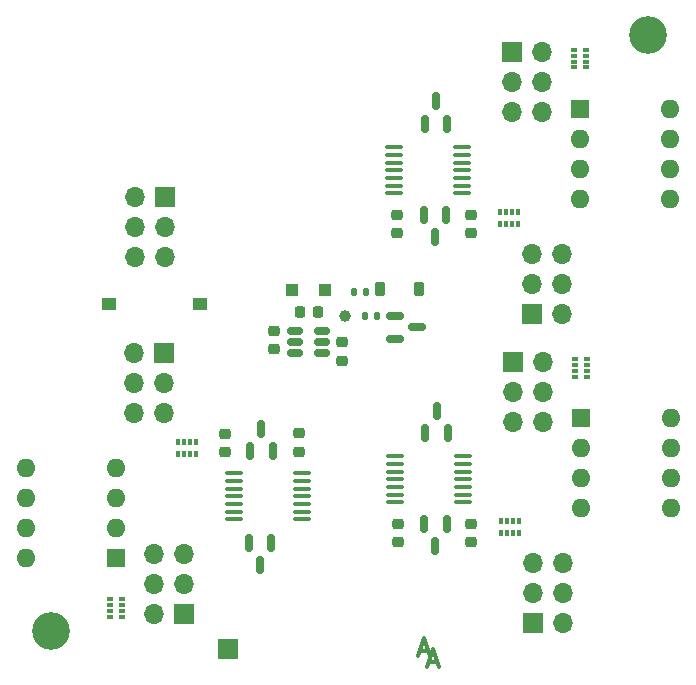
<source format=gbr>
%TF.GenerationSoftware,KiCad,Pcbnew,8.0.8+1*%
%TF.CreationDate,2025-01-27T22:00:13-08:00*%
%TF.ProjectId,pico-logic-analyzer,7069636f-2d6c-46f6-9769-632d616e616c,rev?*%
%TF.SameCoordinates,Original*%
%TF.FileFunction,Soldermask,Top*%
%TF.FilePolarity,Negative*%
%FSLAX46Y46*%
G04 Gerber Fmt 4.6, Leading zero omitted, Abs format (unit mm)*
G04 Created by KiCad (PCBNEW 8.0.8+1) date 2025-01-27 22:00:13*
%MOMM*%
%LPD*%
G01*
G04 APERTURE LIST*
G04 Aperture macros list*
%AMRoundRect*
0 Rectangle with rounded corners*
0 $1 Rounding radius*
0 $2 $3 $4 $5 $6 $7 $8 $9 X,Y pos of 4 corners*
0 Add a 4 corners polygon primitive as box body*
4,1,4,$2,$3,$4,$5,$6,$7,$8,$9,$2,$3,0*
0 Add four circle primitives for the rounded corners*
1,1,$1+$1,$2,$3*
1,1,$1+$1,$4,$5*
1,1,$1+$1,$6,$7*
1,1,$1+$1,$8,$9*
0 Add four rect primitives between the rounded corners*
20,1,$1+$1,$2,$3,$4,$5,0*
20,1,$1+$1,$4,$5,$6,$7,0*
20,1,$1+$1,$6,$7,$8,$9,0*
20,1,$1+$1,$8,$9,$2,$3,0*%
G04 Aperture macros list end*
%ADD10C,0.300000*%
%ADD11RoundRect,0.150000X-0.150000X0.587500X-0.150000X-0.587500X0.150000X-0.587500X0.150000X0.587500X0*%
%ADD12RoundRect,0.225000X0.250000X-0.225000X0.250000X0.225000X-0.250000X0.225000X-0.250000X-0.225000X0*%
%ADD13R,1.600000X1.600000*%
%ADD14O,1.600000X1.600000*%
%ADD15RoundRect,0.150000X0.150000X-0.587500X0.150000X0.587500X-0.150000X0.587500X-0.150000X-0.587500X0*%
%ADD16R,1.700000X1.700000*%
%ADD17RoundRect,0.225000X-0.225000X-0.250000X0.225000X-0.250000X0.225000X0.250000X-0.225000X0.250000X0*%
%ADD18R,0.400000X0.500000*%
%ADD19R,0.300000X0.500000*%
%ADD20RoundRect,0.150000X-0.512500X-0.150000X0.512500X-0.150000X0.512500X0.150000X-0.512500X0.150000X0*%
%ADD21C,3.200000*%
%ADD22O,1.700000X1.700000*%
%ADD23RoundRect,0.225000X-0.225000X-0.375000X0.225000X-0.375000X0.225000X0.375000X-0.225000X0.375000X0*%
%ADD24RoundRect,0.100000X-0.637500X-0.100000X0.637500X-0.100000X0.637500X0.100000X-0.637500X0.100000X0*%
%ADD25R,0.500000X0.400000*%
%ADD26R,0.500000X0.300000*%
%ADD27RoundRect,0.250000X0.300000X0.300000X-0.300000X0.300000X-0.300000X-0.300000X0.300000X-0.300000X0*%
%ADD28RoundRect,0.225000X-0.250000X0.225000X-0.250000X-0.225000X0.250000X-0.225000X0.250000X0.225000X0*%
%ADD29RoundRect,0.135000X-0.135000X-0.185000X0.135000X-0.185000X0.135000X0.185000X-0.135000X0.185000X0*%
%ADD30C,1.000000*%
%ADD31RoundRect,0.150000X-0.587500X-0.150000X0.587500X-0.150000X0.587500X0.150000X-0.587500X0.150000X0*%
%ADD32R,1.250000X1.000000*%
%ADD33RoundRect,0.100000X0.637500X0.100000X-0.637500X0.100000X-0.637500X-0.100000X0.637500X-0.100000X0*%
G04 APERTURE END LIST*
D10*
X174483082Y-108572257D02*
X175197368Y-108572257D01*
X174340225Y-109000828D02*
X174840225Y-107500828D01*
X174840225Y-107500828D02*
X175340225Y-109000828D01*
X173733082Y-107622257D02*
X174447368Y-107622257D01*
X173590225Y-108050828D02*
X174090225Y-106550828D01*
X174090225Y-106550828D02*
X174590225Y-108050828D01*
D11*
%TO.C,D7*%
X175985001Y-96920000D03*
X174085001Y-96920000D03*
X175035001Y-98795000D03*
%TD*%
D12*
%TO.C,C5*%
X171835000Y-98445000D03*
X171835000Y-96895000D03*
%TD*%
D13*
%TO.C,SW3*%
X187290000Y-61750000D03*
D14*
X187290000Y-64290000D03*
X187290000Y-66830000D03*
X187290000Y-69370000D03*
X194910000Y-69370000D03*
X194910000Y-66830000D03*
X194910000Y-64290000D03*
X194910000Y-61750000D03*
%TD*%
D15*
%TO.C,D4*%
X174185001Y-89170000D03*
X176085001Y-89170000D03*
X175135001Y-87295000D03*
%TD*%
%TO.C,D5*%
X174140001Y-63000000D03*
X176040001Y-63000000D03*
X175090001Y-61125000D03*
%TD*%
D16*
%TO.C,J11*%
X157500000Y-107500000D03*
%TD*%
D12*
%TO.C,C1*%
X161375000Y-82075000D03*
X161375000Y-80525000D03*
%TD*%
D17*
%TO.C,C2*%
X163575000Y-78950000D03*
X165125000Y-78950000D03*
%TD*%
D15*
%TO.C,D9*%
X159350000Y-90750000D03*
X161250000Y-90750000D03*
X160300000Y-88875000D03*
%TD*%
D18*
%TO.C,RN5*%
X182040001Y-70500000D03*
D19*
X181540001Y-70500000D03*
X181040001Y-70500000D03*
D18*
X180540001Y-70500000D03*
X180540001Y-71500000D03*
D19*
X181040001Y-71500000D03*
X181540001Y-71500000D03*
D18*
X182040001Y-71500000D03*
%TD*%
D20*
%TO.C,U1*%
X163125000Y-80550000D03*
X163125000Y-81500000D03*
X163125000Y-82450000D03*
X165400000Y-82450000D03*
X165400000Y-81500000D03*
X165400000Y-80550000D03*
%TD*%
D12*
%TO.C,C3*%
X167125000Y-83075000D03*
X167125000Y-81525000D03*
%TD*%
D21*
%TO.C,H4*%
X142500000Y-106000000D03*
%TD*%
D16*
%TO.C,J4*%
X181540001Y-56975000D03*
D22*
X184080001Y-56975000D03*
X181540001Y-59515000D03*
X184080001Y-59515000D03*
X181540001Y-62055000D03*
X184080001Y-62055000D03*
%TD*%
D23*
%TO.C,D1*%
X170375000Y-77000000D03*
X173675000Y-77000000D03*
%TD*%
D24*
%TO.C,U5*%
X158000000Y-92600000D03*
X158000000Y-93250000D03*
X158000000Y-93900000D03*
X158000000Y-94550000D03*
X158000000Y-95200000D03*
X158000000Y-95850000D03*
X158000000Y-96500000D03*
X163725000Y-96500000D03*
X163725000Y-95850000D03*
X163725000Y-95200000D03*
X163725000Y-94550000D03*
X163725000Y-93900000D03*
X163725000Y-93250000D03*
X163725000Y-92600000D03*
%TD*%
D25*
%TO.C,RN3*%
X147500000Y-103250000D03*
D26*
X147500000Y-103750000D03*
X147500000Y-104250000D03*
D25*
X147500000Y-104750000D03*
X148500000Y-104750000D03*
D26*
X148500000Y-104250000D03*
X148500000Y-103750000D03*
D25*
X148500000Y-103250000D03*
%TD*%
D11*
%TO.C,D6*%
X161150000Y-98500000D03*
X159250000Y-98500000D03*
X160200000Y-100375000D03*
%TD*%
D27*
%TO.C,D2*%
X165675000Y-77050000D03*
X162875000Y-77050000D03*
%TD*%
D25*
%TO.C,RN2*%
X187790000Y-58250000D03*
D26*
X187790000Y-57750000D03*
X187790000Y-57250000D03*
D25*
X187790000Y-56750000D03*
X186790000Y-56750000D03*
D26*
X186790000Y-57250000D03*
X186790000Y-57750000D03*
D25*
X186790000Y-58250000D03*
%TD*%
D28*
%TO.C,C8*%
X157250000Y-89250000D03*
X157250000Y-90800000D03*
%TD*%
D29*
%TO.C,R1*%
X168125000Y-77300000D03*
X169145000Y-77300000D03*
%TD*%
D21*
%TO.C,H1*%
X193000000Y-55500000D03*
%TD*%
D29*
%TO.C,R3*%
X169115000Y-79300000D03*
X170135000Y-79300000D03*
%TD*%
D16*
%TO.C,J6*%
X153750000Y-104525000D03*
D22*
X151210000Y-104525000D03*
X153750000Y-101985000D03*
X151210000Y-101985000D03*
X153750000Y-99445000D03*
X151210000Y-99445000D03*
%TD*%
D11*
%TO.C,D8*%
X175940001Y-70750000D03*
X174040001Y-70750000D03*
X174990001Y-72625000D03*
%TD*%
D16*
%TO.C,J1*%
X152125000Y-69225000D03*
D22*
X149585000Y-69225000D03*
X152125000Y-71765000D03*
X149585000Y-71765000D03*
X152125000Y-74305000D03*
X149585000Y-74305000D03*
%TD*%
D25*
%TO.C,RN1*%
X187835000Y-84420000D03*
D26*
X187835000Y-83920000D03*
X187835000Y-83420000D03*
D25*
X187835000Y-82920000D03*
X186835000Y-82920000D03*
D26*
X186835000Y-83420000D03*
X186835000Y-83920000D03*
D25*
X186835000Y-84420000D03*
%TD*%
D16*
%TO.C,J5*%
X183250000Y-79080000D03*
D22*
X185790000Y-79080000D03*
X183250000Y-76540000D03*
X185790000Y-76540000D03*
X183250000Y-74000000D03*
X185790000Y-74000000D03*
%TD*%
D30*
%TO.C,TP4*%
X167375000Y-79300000D03*
%TD*%
D16*
%TO.C,J7*%
X152040000Y-82420000D03*
D22*
X149500000Y-82420000D03*
X152040000Y-84960000D03*
X149500000Y-84960000D03*
X152040000Y-87500000D03*
X149500000Y-87500000D03*
%TD*%
D13*
%TO.C,SW4*%
X148000000Y-99750000D03*
D14*
X148000000Y-97210000D03*
X148000000Y-94670000D03*
X148000000Y-92130000D03*
X140380000Y-92130000D03*
X140380000Y-94670000D03*
X140380000Y-97210000D03*
X140380000Y-99750000D03*
%TD*%
D12*
%TO.C,C7*%
X171790000Y-72275000D03*
X171790000Y-70725000D03*
%TD*%
D13*
%TO.C,SW2*%
X187335000Y-87920000D03*
D14*
X187335000Y-90460000D03*
X187335000Y-93000000D03*
X187335000Y-95540000D03*
X194955000Y-95540000D03*
X194955000Y-93000000D03*
X194955000Y-90460000D03*
X194955000Y-87920000D03*
%TD*%
D12*
%TO.C,C6*%
X178040001Y-72250000D03*
X178040001Y-70700000D03*
%TD*%
D18*
%TO.C,RN4*%
X182085001Y-96670000D03*
D19*
X181585001Y-96670000D03*
X181085001Y-96670000D03*
D18*
X180585001Y-96670000D03*
X180585001Y-97670000D03*
D19*
X181085001Y-97670000D03*
X181585001Y-97670000D03*
D18*
X182085001Y-97670000D03*
%TD*%
%TO.C,RN6*%
X153250000Y-91000000D03*
D19*
X153750000Y-91000000D03*
X154250000Y-91000000D03*
D18*
X154750000Y-91000000D03*
X154750000Y-90000000D03*
D19*
X154250000Y-90000000D03*
X153750000Y-90000000D03*
D18*
X153250000Y-90000000D03*
%TD*%
D16*
%TO.C,J2*%
X181585001Y-83145000D03*
D22*
X184125001Y-83145000D03*
X181585001Y-85685000D03*
X184125001Y-85685000D03*
X181585001Y-88225000D03*
X184125001Y-88225000D03*
%TD*%
D31*
%TO.C,U2*%
X171625000Y-79300000D03*
X171625000Y-81200000D03*
X173500000Y-80250000D03*
%TD*%
D32*
%TO.C,SW1*%
X155125000Y-78250000D03*
X147375000Y-78250000D03*
%TD*%
D28*
%TO.C,C9*%
X163500000Y-89225000D03*
X163500000Y-90775000D03*
%TD*%
D33*
%TO.C,U4*%
X177290001Y-68900000D03*
X177290001Y-68250000D03*
X177290001Y-67600000D03*
X177290001Y-66950000D03*
X177290001Y-66300000D03*
X177290001Y-65650000D03*
X177290001Y-65000000D03*
X171565001Y-65000000D03*
X171565001Y-65650000D03*
X171565001Y-66300000D03*
X171565001Y-66950000D03*
X171565001Y-67600000D03*
X171565001Y-68250000D03*
X171565001Y-68900000D03*
%TD*%
%TO.C,U3*%
X177335001Y-95070000D03*
X177335001Y-94420000D03*
X177335001Y-93770000D03*
X177335001Y-93120000D03*
X177335001Y-92470000D03*
X177335001Y-91820000D03*
X177335001Y-91170000D03*
X171610001Y-91170000D03*
X171610001Y-91820000D03*
X171610001Y-92470000D03*
X171610001Y-93120000D03*
X171610001Y-93770000D03*
X171610001Y-94420000D03*
X171610001Y-95070000D03*
%TD*%
D16*
%TO.C,J3*%
X183295000Y-105250000D03*
D22*
X185835000Y-105250000D03*
X183295000Y-102710000D03*
X185835000Y-102710000D03*
X183295000Y-100170000D03*
X185835000Y-100170000D03*
%TD*%
D12*
%TO.C,C4*%
X178085001Y-98420000D03*
X178085001Y-96870000D03*
%TD*%
M02*

</source>
